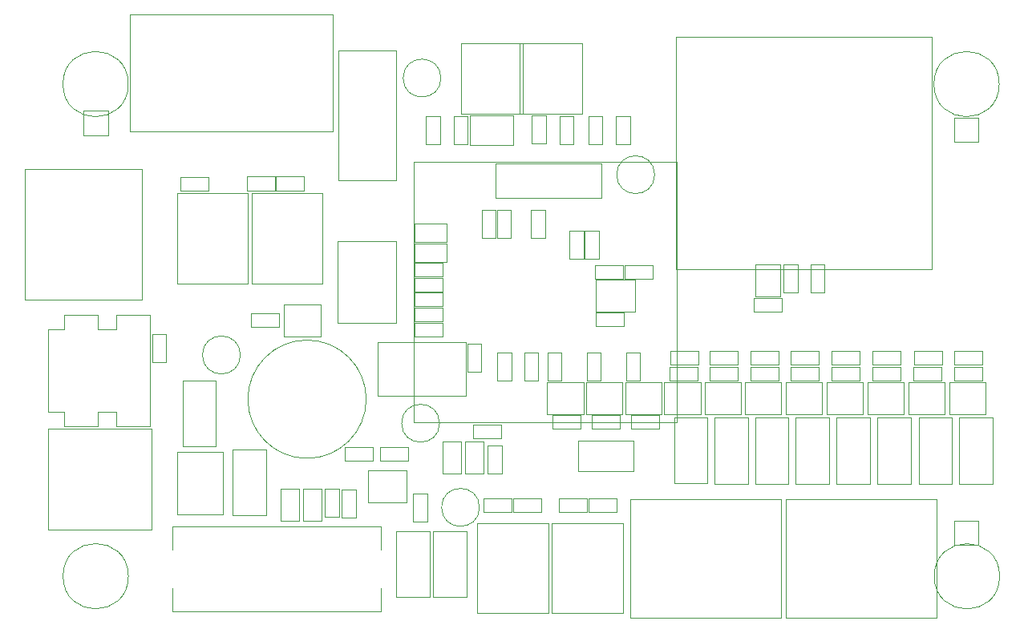
<source format=gbr>
%TF.GenerationSoftware,KiCad,Pcbnew,(6.0.4)*%
%TF.CreationDate,2022-04-12T11:12:27+02:00*%
%TF.ProjectId,PPSE_2021,50505345-5f32-4303-9231-2e6b69636164,rev?*%
%TF.SameCoordinates,Original*%
%TF.FileFunction,Other,User*%
%FSLAX46Y46*%
G04 Gerber Fmt 4.6, Leading zero omitted, Abs format (unit mm)*
G04 Created by KiCad (PCBNEW (6.0.4)) date 2022-04-12 11:12:27*
%MOMM*%
%LPD*%
G01*
G04 APERTURE LIST*
%ADD10C,0.050000*%
%ADD11C,0.120000*%
%ADD12C,0.100000*%
G04 APERTURE END LIST*
D10*
%TO.C,FID1*%
X90250000Y-81750000D02*
X92850000Y-81750000D01*
X92850000Y-81750000D02*
X92850000Y-84350000D01*
X92850000Y-84350000D02*
X90250000Y-84350000D01*
X90250000Y-84350000D02*
X90250000Y-81750000D01*
%TO.C,C8*%
X128599989Y-95620400D02*
X125199989Y-95620400D01*
X125199989Y-93660400D02*
X128599989Y-93660400D01*
X128599989Y-93660400D02*
X128599989Y-95620400D01*
X125199989Y-95620400D02*
X125199989Y-93660400D01*
%TO.C,D4*%
X105996800Y-117505600D02*
X109496800Y-117505600D01*
X105996800Y-124505600D02*
X105996800Y-117505600D01*
X109496800Y-117505600D02*
X109496800Y-124505600D01*
X109496800Y-124505600D02*
X105996800Y-124505600D01*
%TO.C,C12*%
X128163789Y-102419400D02*
X125203789Y-102419400D01*
X125203789Y-102419400D02*
X125203789Y-100959400D01*
X128163789Y-100959400D02*
X128163789Y-102419400D01*
X125203789Y-100959400D02*
X128163789Y-100959400D01*
%TO.C,Q6*%
X172536227Y-110415600D02*
X168696227Y-110415600D01*
X172536227Y-113815600D02*
X172536227Y-110415600D01*
X168696227Y-113815600D02*
X172536227Y-113815600D01*
X168696227Y-110415600D02*
X168696227Y-113815600D01*
%TO.C,J10*%
X163876800Y-122802974D02*
X147976800Y-122802974D01*
X147976800Y-122802974D02*
X147976800Y-135302974D01*
X147976800Y-135302974D02*
X163876800Y-135302974D01*
X163876800Y-135302974D02*
X163876800Y-122802974D01*
%TO.C,J5*%
X96375000Y-87925000D02*
X84025000Y-87925000D01*
X84025000Y-87925000D02*
X84025000Y-101675000D01*
X96375000Y-101675000D02*
X96375000Y-87925000D01*
X84025000Y-101675000D02*
X96375000Y-101675000D01*
%TO.C,R14*%
X107943200Y-103156000D02*
X110903200Y-103156000D01*
X107943200Y-104616000D02*
X107943200Y-103156000D01*
X110903200Y-103156000D02*
X110903200Y-104616000D01*
X110903200Y-104616000D02*
X107943200Y-104616000D01*
%TO.C,D10*%
X177589413Y-114162297D02*
X177589413Y-121162297D01*
X174089413Y-114162297D02*
X177589413Y-114162297D01*
X177589413Y-121162297D02*
X174089413Y-121162297D01*
X174089413Y-121162297D02*
X174089413Y-114162297D01*
%TO.C,R35*%
X156378671Y-107135426D02*
X159338671Y-107135426D01*
X159338671Y-107135426D02*
X159338671Y-108595426D01*
X156378671Y-108595426D02*
X156378671Y-107135426D01*
X159338671Y-108595426D02*
X156378671Y-108595426D01*
%TO.C,R34*%
X155134471Y-107135426D02*
X155134471Y-108595426D01*
X152174471Y-107135426D02*
X155134471Y-107135426D01*
X155134471Y-108595426D02*
X152174471Y-108595426D01*
X152174471Y-108595426D02*
X152174471Y-107135426D01*
%TO.C,R39*%
X156378671Y-108811826D02*
X159338671Y-108811826D01*
X156378671Y-110271826D02*
X156378671Y-108811826D01*
X159338671Y-110271826D02*
X156378671Y-110271826D01*
X159338671Y-108811826D02*
X159338671Y-110271826D01*
%TO.C,R27*%
X176541884Y-108544626D02*
X173581884Y-108544626D01*
X173581884Y-107084626D02*
X176541884Y-107084626D01*
X176541884Y-107084626D02*
X176541884Y-108544626D01*
X173581884Y-108544626D02*
X173581884Y-107084626D01*
%TO.C,D14*%
X156886200Y-114162297D02*
X160386200Y-114162297D01*
X160386200Y-114162297D02*
X160386200Y-121162297D01*
X156886200Y-121162297D02*
X156886200Y-114162297D01*
X160386200Y-121162297D02*
X156886200Y-121162297D01*
%TO.C,H2*%
X94980000Y-130920000D02*
G75*
G03*
X94980000Y-130920000I-3450000J0D01*
G01*
%TO.C,R5*%
X107487000Y-88703400D02*
X110447000Y-88703400D01*
X110447000Y-88703400D02*
X110447000Y-90163400D01*
X107487000Y-90163400D02*
X107487000Y-88703400D01*
X110447000Y-90163400D02*
X107487000Y-90163400D01*
%TO.C,R15*%
X143389600Y-107270600D02*
X144849600Y-107270600D01*
X143389600Y-110230600D02*
X143389600Y-107270600D01*
X144849600Y-107270600D02*
X144849600Y-110230600D01*
X144849600Y-110230600D02*
X143389600Y-110230600D01*
%TO.C,SW3*%
X147209200Y-125298000D02*
X146959200Y-125298000D01*
X139709200Y-125548000D02*
X139709200Y-125298000D01*
X146959200Y-134798000D02*
X147209200Y-134798000D01*
X147209200Y-125548000D02*
X147209200Y-134548000D01*
X139709200Y-134798000D02*
X139709200Y-134548000D01*
X146959200Y-134798000D02*
X139959200Y-134798000D01*
X139709200Y-134548000D02*
X139709200Y-125548000D01*
X139709200Y-125298000D02*
X139959200Y-125298000D01*
X139959200Y-134798000D02*
X139709200Y-134798000D01*
X147209200Y-125548000D02*
X147209200Y-125298000D01*
X147209200Y-134798000D02*
X147209200Y-134548000D01*
X139959200Y-125298000D02*
X146959200Y-125298000D01*
%TO.C,R2*%
X113545800Y-88703400D02*
X113545800Y-90163400D01*
X113545800Y-90163400D02*
X110585800Y-90163400D01*
X110585800Y-88703400D02*
X113545800Y-88703400D01*
X110585800Y-90163400D02*
X110585800Y-88703400D01*
%TO.C,R24*%
X137587700Y-82238400D02*
X139047700Y-82238400D01*
X139047700Y-85198400D02*
X137587700Y-85198400D01*
X137587700Y-85198400D02*
X137587700Y-82238400D01*
X139047700Y-82238400D02*
X139047700Y-85198400D01*
%TO.C,R19*%
X149015200Y-110230600D02*
X147555200Y-110230600D01*
X149015200Y-107270600D02*
X149015200Y-110230600D01*
X147555200Y-110230600D02*
X147555200Y-107270600D01*
X147555200Y-107270600D02*
X149015200Y-107270600D01*
%TO.C,R16*%
X143909600Y-113874800D02*
X146869600Y-113874800D01*
X146869600Y-113874800D02*
X146869600Y-115334800D01*
X146869600Y-115334800D02*
X143909600Y-115334800D01*
X143909600Y-115334800D02*
X143909600Y-113874800D01*
%TO.C,BZ1*%
X120092800Y-112217200D02*
G75*
G03*
X120092800Y-112217200I-6250000J0D01*
G01*
%TO.C,FID2*%
X182150000Y-82450000D02*
X184750000Y-82450000D01*
X184750000Y-82450000D02*
X184750000Y-85050000D01*
X184750000Y-85050000D02*
X182150000Y-85050000D01*
X182150000Y-85050000D02*
X182150000Y-82450000D01*
%TO.C,D13*%
X156131200Y-114130297D02*
X156131200Y-121130297D01*
X152631200Y-121130297D02*
X152631200Y-114130297D01*
X156131200Y-121130297D02*
X152631200Y-121130297D01*
X152631200Y-114130297D02*
X156131200Y-114130297D01*
%TO.C,C23*%
X130490400Y-120114800D02*
X130490400Y-116714800D01*
X132450400Y-116714800D02*
X132450400Y-120114800D01*
X132450400Y-120114800D02*
X130490400Y-120114800D01*
X130490400Y-116714800D02*
X132450400Y-116714800D01*
%TO.C,FB1*%
X98977200Y-105377700D02*
X98977200Y-108337700D01*
X97517200Y-108337700D02*
X97517200Y-105377700D01*
X97517200Y-105377700D02*
X98977200Y-105377700D01*
X98977200Y-108337700D02*
X97517200Y-108337700D01*
%TO.C,C21*%
X125050800Y-125140200D02*
X125050800Y-122180200D01*
X125050800Y-122180200D02*
X126510800Y-122180200D01*
X126510800Y-125140200D02*
X125050800Y-125140200D01*
X126510800Y-122180200D02*
X126510800Y-125140200D01*
D11*
%TO.C,F1*%
X104927400Y-117754400D02*
X100126800Y-117754400D01*
X100126800Y-117754400D02*
X100126800Y-124383800D01*
X100126800Y-124383800D02*
X104927400Y-124383800D01*
X104927400Y-124383800D02*
X104927400Y-117754400D01*
D10*
%TO.C,Q12*%
X160078871Y-110415600D02*
X160078871Y-113815600D01*
X163918871Y-110415600D02*
X160078871Y-110415600D01*
X160078871Y-113815600D02*
X163918871Y-113815600D01*
X163918871Y-113815600D02*
X163918871Y-110415600D01*
%TO.C,J11*%
X142868400Y-82083600D02*
X142868400Y-74583600D01*
X136328400Y-82083600D02*
X142868400Y-82083600D01*
X136328400Y-74583600D02*
X136328400Y-82083600D01*
X142868400Y-74583600D02*
X136328400Y-74583600D01*
%TO.C,C9*%
X125187789Y-95743200D02*
X128587789Y-95743200D01*
X128587789Y-95743200D02*
X128587789Y-97703200D01*
X128587789Y-97703200D02*
X125187789Y-97703200D01*
X125187789Y-97703200D02*
X125187789Y-95743200D01*
%TO.C,C5*%
X130798000Y-109353800D02*
X130798000Y-106393800D01*
X132258000Y-106393800D02*
X132258000Y-109353800D01*
X130798000Y-106393800D02*
X132258000Y-106393800D01*
X132258000Y-109353800D02*
X130798000Y-109353800D01*
%TO.C,R37*%
X164938471Y-108595426D02*
X164938471Y-107135426D01*
X164938471Y-107135426D02*
X167898471Y-107135426D01*
X167898471Y-107135426D02*
X167898471Y-108595426D01*
X167898471Y-108595426D02*
X164938471Y-108595426D01*
%TO.C,H4*%
X186930000Y-78920000D02*
G75*
G03*
X186930000Y-78920000I-3450000J0D01*
G01*
%TO.C,Q13*%
X168211471Y-113815600D02*
X168211471Y-110415600D01*
X164371471Y-110415600D02*
X164371471Y-113815600D01*
X164371471Y-113815600D02*
X168211471Y-113815600D01*
X168211471Y-110415600D02*
X164371471Y-110415600D01*
%TO.C,Q10*%
X151556671Y-110415600D02*
X151556671Y-113815600D01*
X151556671Y-113815600D02*
X155396671Y-113815600D01*
X155396671Y-110415600D02*
X151556671Y-110415600D01*
X155396671Y-113815600D02*
X155396671Y-110415600D01*
%TO.C,U3*%
X120276400Y-119762800D02*
X120276400Y-123162800D01*
X124376400Y-123162800D02*
X124376400Y-119762800D01*
X124376400Y-119762800D02*
X120276400Y-119762800D01*
X120276400Y-123162800D02*
X124376400Y-123162800D01*
%TO.C,D1*%
X100713600Y-110222400D02*
X104213600Y-110222400D01*
X104213600Y-110222400D02*
X104213600Y-117222400D01*
X100713600Y-117222400D02*
X100713600Y-110222400D01*
X104213600Y-117222400D02*
X100713600Y-117222400D01*
%TO.C,C24*%
X164166800Y-100946400D02*
X164166800Y-97986400D01*
X165626800Y-97986400D02*
X165626800Y-100946400D01*
X165626800Y-100946400D02*
X164166800Y-100946400D01*
X164166800Y-97986400D02*
X165626800Y-97986400D01*
%TO.C,Y1*%
X144293400Y-102944400D02*
X148493400Y-102944400D01*
X148493400Y-99544400D02*
X144293400Y-99544400D01*
X144293400Y-99544400D02*
X144293400Y-102944400D01*
X148493400Y-102944400D02*
X148493400Y-99544400D01*
%TO.C,D11*%
X178416999Y-121162297D02*
X178416999Y-114162297D01*
X178416999Y-114162297D02*
X181916999Y-114162297D01*
X181916999Y-114162297D02*
X181916999Y-121162297D01*
X181916999Y-121162297D02*
X178416999Y-121162297D01*
%TO.C,J7*%
X133759800Y-87328600D02*
X133759800Y-90928600D01*
X133759800Y-90928600D02*
X144959800Y-90928600D01*
X144959800Y-90928600D02*
X144959800Y-87328600D01*
X144959800Y-87328600D02*
X133759800Y-87328600D01*
D11*
X125082600Y-114613400D02*
X152882600Y-114613400D01*
X152882600Y-114613400D02*
X152882600Y-87113400D01*
X152882600Y-87113400D02*
X125082600Y-87113400D01*
X125082600Y-87113400D02*
X125082600Y-114613400D01*
D10*
%TO.C,C16*%
X128151589Y-102546400D02*
X128151589Y-104006400D01*
X125191589Y-102546400D02*
X128151589Y-102546400D01*
X128151589Y-104006400D02*
X125191589Y-104006400D01*
X125191589Y-104006400D02*
X125191589Y-102546400D01*
%TO.C,TP1*%
X132048000Y-123647200D02*
G75*
G03*
X132048000Y-123647200I-2000000J0D01*
G01*
%TO.C,J1*%
X117067000Y-95525000D02*
X117067000Y-104175000D01*
X123217000Y-104175000D02*
X123217000Y-95525000D01*
X117067000Y-104175000D02*
X123217000Y-104175000D01*
X123217000Y-95525000D02*
X117067000Y-95525000D01*
%TO.C,J3*%
X91721400Y-113570000D02*
X91721400Y-115120000D01*
X86471400Y-113570000D02*
X86471400Y-104870000D01*
X97221400Y-103320000D02*
X97221400Y-115120000D01*
X93721400Y-115120000D02*
X93721400Y-113570000D01*
X88221400Y-115120000D02*
X88221400Y-113570000D01*
X93721400Y-104870000D02*
X93721400Y-103320000D01*
X91721400Y-115120000D02*
X88221400Y-115120000D01*
X88221400Y-104870000D02*
X88221400Y-103330000D01*
X86471400Y-104870000D02*
X88221400Y-104870000D01*
X88221400Y-103330000D02*
X91721400Y-103320000D01*
X97221400Y-115120000D02*
X93721400Y-115120000D01*
X93721400Y-113570000D02*
X91721400Y-113570000D01*
X91721400Y-104870000D02*
X93721400Y-104870000D01*
X88221400Y-113570000D02*
X86471400Y-113570000D01*
X93721400Y-103320000D02*
X97221400Y-103320000D01*
X91721400Y-103320000D02*
X91721400Y-104870000D01*
%TO.C,H3*%
X186970000Y-130930000D02*
G75*
G03*
X186970000Y-130930000I-3450000J0D01*
G01*
%TO.C,R30*%
X169251027Y-110271826D02*
X169251027Y-108811826D01*
X172211027Y-110271826D02*
X169251027Y-110271826D01*
X172211027Y-108811826D02*
X172211027Y-110271826D01*
X169251027Y-108811826D02*
X172211027Y-108811826D01*
%TO.C,C15*%
X138230000Y-110230000D02*
X136770000Y-110230000D01*
X136770000Y-107270000D02*
X138230000Y-107270000D01*
X138230000Y-107270000D02*
X138230000Y-110230000D01*
X136770000Y-110230000D02*
X136770000Y-107270000D01*
%TO.C,D7*%
X148277500Y-116561600D02*
X142477500Y-116561600D01*
X142477500Y-116561600D02*
X142477500Y-119861600D01*
X142477500Y-119861600D02*
X148277500Y-119861600D01*
X148277500Y-119861600D02*
X148277500Y-116561600D01*
%TO.C,D16*%
X165446000Y-121162297D02*
X165446000Y-114162297D01*
X165446000Y-114162297D02*
X168946000Y-114162297D01*
X168946000Y-121162297D02*
X165446000Y-121162297D01*
X168946000Y-114162297D02*
X168946000Y-121162297D01*
%TO.C,D6*%
X132924800Y-117087200D02*
X134384800Y-117087200D01*
X134384800Y-120047200D02*
X132924800Y-120047200D01*
X132924800Y-120047200D02*
X132924800Y-117087200D01*
X134384800Y-117087200D02*
X134384800Y-120047200D01*
%TO.C,R3*%
X140404400Y-122714000D02*
X143364400Y-122714000D01*
X143364400Y-124174000D02*
X140404400Y-124174000D01*
X140404400Y-124174000D02*
X140404400Y-122714000D01*
X143364400Y-122714000D02*
X143364400Y-124174000D01*
%TO.C,Q5*%
X147445200Y-113815600D02*
X151285200Y-113815600D01*
X151285200Y-113815600D02*
X151285200Y-110415600D01*
X151285200Y-110415600D02*
X147445200Y-110415600D01*
X147445200Y-110415600D02*
X147445200Y-113815600D01*
%TO.C,J4*%
X97398000Y-115374556D02*
X97398000Y-126014556D01*
X97398000Y-126014556D02*
X86498000Y-126014556D01*
X86498000Y-115374556D02*
X97398000Y-115374556D01*
X86498000Y-126014556D02*
X86498000Y-115374556D01*
%TO.C,SW4*%
X131835200Y-134548000D02*
X131835200Y-125548000D01*
X139335200Y-134798000D02*
X139335200Y-134548000D01*
X132085200Y-125298000D02*
X139085200Y-125298000D01*
X131835200Y-125548000D02*
X131835200Y-125298000D01*
X139085200Y-134798000D02*
X139335200Y-134798000D01*
X139335200Y-125548000D02*
X139335200Y-125298000D01*
X139335200Y-125298000D02*
X139085200Y-125298000D01*
X131835200Y-134798000D02*
X131835200Y-134548000D01*
X132085200Y-134798000D02*
X131835200Y-134798000D01*
X139085200Y-134798000D02*
X132085200Y-134798000D01*
X131835200Y-125298000D02*
X132085200Y-125298000D01*
X139335200Y-125548000D02*
X139335200Y-134548000D01*
%TO.C,D2*%
X126768800Y-126141600D02*
X126768800Y-133141600D01*
X123268800Y-126141600D02*
X126768800Y-126141600D01*
X123268800Y-133141600D02*
X123268800Y-126141600D01*
X126768800Y-133141600D02*
X123268800Y-133141600D01*
%TO.C,TP3*%
X127831600Y-114757200D02*
G75*
G03*
X127831600Y-114757200I-2000000J0D01*
G01*
%TO.C,C1*%
X147314600Y-104514400D02*
X144354600Y-104514400D01*
X144354600Y-103054400D02*
X147314600Y-103054400D01*
X147314600Y-103054400D02*
X147314600Y-104514400D01*
X144354600Y-104514400D02*
X144354600Y-103054400D01*
%TO.C,C18*%
X111034000Y-121693200D02*
X112994000Y-121693200D01*
X112994000Y-121693200D02*
X112994000Y-125093200D01*
X112994000Y-125093200D02*
X111034000Y-125093200D01*
X111034000Y-125093200D02*
X111034000Y-121693200D01*
%TO.C,TP5*%
X150539200Y-88493600D02*
G75*
G03*
X150539200Y-88493600I-2000000J0D01*
G01*
%TO.C,D15*%
X164653400Y-114162297D02*
X164653400Y-121162297D01*
X164653400Y-121162297D02*
X161153400Y-121162297D01*
X161153400Y-121162297D02*
X161153400Y-114162297D01*
X161153400Y-114162297D02*
X164653400Y-114162297D01*
%TO.C,R29*%
X185172800Y-108595426D02*
X182212800Y-108595426D01*
X182212800Y-107135426D02*
X185172800Y-107135426D01*
X185172800Y-107135426D02*
X185172800Y-108595426D01*
X182212800Y-108595426D02*
X182212800Y-107135426D01*
%TO.C,R7*%
X128164589Y-99384600D02*
X128164589Y-100844600D01*
X125204589Y-100844600D02*
X125204589Y-99384600D01*
X125204589Y-99384600D02*
X128164589Y-99384600D01*
X128164589Y-100844600D02*
X125204589Y-100844600D01*
%TO.C,Q8*%
X177342470Y-113815600D02*
X181182470Y-113815600D01*
X177342470Y-110415600D02*
X177342470Y-113815600D01*
X181182470Y-113815600D02*
X181182470Y-110415600D01*
X181182470Y-110415600D02*
X177342470Y-110415600D01*
%TO.C,R11*%
X117798400Y-118730000D02*
X117798400Y-117270000D01*
X120758400Y-117270000D02*
X120758400Y-118730000D01*
X117798400Y-117270000D02*
X120758400Y-117270000D01*
X120758400Y-118730000D02*
X117798400Y-118730000D01*
%TO.C,D9*%
X173270756Y-114162297D02*
X173270756Y-121162297D01*
X173270756Y-121162297D02*
X169770756Y-121162297D01*
X169770756Y-121162297D02*
X169770756Y-114162297D01*
X169770756Y-114162297D02*
X173270756Y-114162297D01*
%TO.C,C10*%
X133890000Y-95193000D02*
X133890000Y-92233000D01*
X135350000Y-95193000D02*
X133890000Y-95193000D01*
X135350000Y-92233000D02*
X135350000Y-95193000D01*
X133890000Y-92233000D02*
X135350000Y-92233000D01*
%TO.C,R18*%
X142704000Y-115334800D02*
X139744000Y-115334800D01*
X139744000Y-113874800D02*
X142704000Y-113874800D01*
X139744000Y-115334800D02*
X139744000Y-113874800D01*
X142704000Y-113874800D02*
X142704000Y-115334800D01*
%TO.C,Q11*%
X155811671Y-113815600D02*
X159651671Y-113815600D01*
X159651671Y-113815600D02*
X159651671Y-110415600D01*
X159651671Y-110415600D02*
X155811671Y-110415600D01*
X155811671Y-110415600D02*
X155811671Y-113815600D01*
%TO.C,R28*%
X180869470Y-108595426D02*
X177909470Y-108595426D01*
X177909470Y-107135426D02*
X180869470Y-107135426D01*
X180869470Y-107135426D02*
X180869470Y-108595426D01*
X177909470Y-108595426D02*
X177909470Y-107135426D01*
%TO.C,C14*%
X133775200Y-95206000D02*
X132315200Y-95206000D01*
X132315200Y-92246000D02*
X133775200Y-92246000D01*
X132315200Y-95206000D02*
X132315200Y-92246000D01*
X133775200Y-92246000D02*
X133775200Y-95206000D01*
%TO.C,R36*%
X163605871Y-108544626D02*
X160645871Y-108544626D01*
X160645871Y-108544626D02*
X160645871Y-107084626D01*
X160645871Y-107084626D02*
X163605871Y-107084626D01*
X163605871Y-107084626D02*
X163605871Y-108544626D01*
%TO.C,C25*%
X168471600Y-97973400D02*
X168471600Y-100933400D01*
X167011600Y-100933400D02*
X167011600Y-97973400D01*
X167011600Y-97973400D02*
X168471600Y-97973400D01*
X168471600Y-100933400D02*
X167011600Y-100933400D01*
%TO.C,Q9*%
X185485800Y-113815600D02*
X185485800Y-110415600D01*
X181645800Y-110415600D02*
X181645800Y-113815600D01*
X181645800Y-113815600D02*
X185485800Y-113815600D01*
X185485800Y-110415600D02*
X181645800Y-110415600D01*
%TO.C,R13*%
X161029200Y-102990400D02*
X161029200Y-101530400D01*
X163989200Y-102990400D02*
X161029200Y-102990400D01*
X163989200Y-101530400D02*
X163989200Y-102990400D01*
X161029200Y-101530400D02*
X163989200Y-101530400D01*
%TO.C,R23*%
X144991300Y-85249200D02*
X143531300Y-85249200D01*
X143531300Y-85249200D02*
X143531300Y-82289200D01*
X143531300Y-82289200D02*
X144991300Y-82289200D01*
X144991300Y-82289200D02*
X144991300Y-85249200D01*
%TO.C,C7*%
X143020800Y-94430400D02*
X143020800Y-97390400D01*
X143020800Y-97390400D02*
X141560800Y-97390400D01*
X141560800Y-94430400D02*
X143020800Y-94430400D01*
X141560800Y-97390400D02*
X141560800Y-94430400D01*
%TO.C,Q3*%
X147157200Y-113815600D02*
X147157200Y-110415600D01*
X143317200Y-110415600D02*
X143317200Y-113815600D01*
X147157200Y-110415600D02*
X143317200Y-110415600D01*
X143317200Y-113815600D02*
X147157200Y-113815600D01*
%TO.C,Q7*%
X176854884Y-110415600D02*
X173014884Y-110415600D01*
X176854884Y-113815600D02*
X176854884Y-110415600D01*
X173014884Y-110415600D02*
X173014884Y-113815600D01*
X173014884Y-113815600D02*
X176854884Y-113815600D01*
%TO.C,R20*%
X148024400Y-115334800D02*
X148024400Y-113874800D01*
X148024400Y-113874800D02*
X150984400Y-113874800D01*
X150984400Y-115334800D02*
X148024400Y-115334800D01*
X150984400Y-113874800D02*
X150984400Y-115334800D01*
%TO.C,C19*%
X113421600Y-121693200D02*
X115381600Y-121693200D01*
X113421600Y-125093200D02*
X113421600Y-121693200D01*
X115381600Y-125093200D02*
X113421600Y-125093200D01*
X115381600Y-121693200D02*
X115381600Y-125093200D01*
%TO.C,FID3*%
X182150000Y-125050000D02*
X184750000Y-125050000D01*
X184750000Y-125050000D02*
X184750000Y-127650000D01*
X184750000Y-127650000D02*
X182150000Y-127650000D01*
X182150000Y-127650000D02*
X182150000Y-125050000D01*
%TO.C,R9*%
X118992400Y-121760800D02*
X118992400Y-124720800D01*
X117532400Y-121760800D02*
X118992400Y-121760800D01*
X118992400Y-124720800D02*
X117532400Y-124720800D01*
X117532400Y-124720800D02*
X117532400Y-121760800D01*
%TO.C,C17*%
X135400800Y-110223285D02*
X133940800Y-110223285D01*
X135400800Y-107263285D02*
X135400800Y-110223285D01*
X133940800Y-107263285D02*
X135400800Y-107263285D01*
X133940800Y-110223285D02*
X133940800Y-107263285D01*
%TO.C,R1*%
X103461000Y-90214200D02*
X100501000Y-90214200D01*
X100501000Y-88754200D02*
X103461000Y-88754200D01*
X103461000Y-88754200D02*
X103461000Y-90214200D01*
X100501000Y-90214200D02*
X100501000Y-88754200D01*
%TO.C,U1*%
X121283200Y-111876800D02*
X130583200Y-111876800D01*
X130583200Y-111876800D02*
X130583200Y-106156800D01*
X130583200Y-106156800D02*
X121283200Y-106156800D01*
X121283200Y-106156800D02*
X121283200Y-111876800D01*
%TO.C,R4*%
X144277400Y-99485200D02*
X144277400Y-98025200D01*
X147237400Y-99485200D02*
X144277400Y-99485200D01*
X147237400Y-98025200D02*
X147237400Y-99485200D01*
X144277400Y-98025200D02*
X147237400Y-98025200D01*
%TO.C,C26*%
X127871700Y-85287000D02*
X126411700Y-85287000D01*
X126411700Y-85287000D02*
X126411700Y-82327000D01*
X126411700Y-82327000D02*
X127871700Y-82327000D01*
X127871700Y-82327000D02*
X127871700Y-85287000D01*
%TO.C,C3*%
X150311800Y-98025200D02*
X150311800Y-99485200D01*
X147351800Y-99485200D02*
X147351800Y-98025200D01*
X150311800Y-99485200D02*
X147351800Y-99485200D01*
X147351800Y-98025200D02*
X150311800Y-98025200D01*
%TO.C,R6*%
X138589200Y-124174000D02*
X135629200Y-124174000D01*
X138589200Y-122714000D02*
X138589200Y-124174000D01*
X135629200Y-122714000D02*
X138589200Y-122714000D01*
X135629200Y-124174000D02*
X135629200Y-122714000D01*
%TO.C,J2*%
X117117800Y-75365397D02*
X117117800Y-89115397D01*
X117117800Y-89115397D02*
X123267800Y-89115397D01*
X123267800Y-89115397D02*
X123267800Y-75365397D01*
X123267800Y-75365397D02*
X117117800Y-75365397D01*
%TO.C,D8*%
X147937700Y-82289200D02*
X147937700Y-85249200D01*
X147937700Y-85249200D02*
X146477700Y-85249200D01*
X146477700Y-85249200D02*
X146477700Y-82289200D01*
X146477700Y-82289200D02*
X147937700Y-82289200D01*
%TO.C,R38*%
X155122271Y-110271826D02*
X152162271Y-110271826D01*
X152162271Y-110271826D02*
X152162271Y-108811826D01*
X152162271Y-108811826D02*
X155122271Y-108811826D01*
X155122271Y-108811826D02*
X155122271Y-110271826D01*
%TO.C,H1*%
X94970000Y-78920000D02*
G75*
G03*
X94970000Y-78920000I-3450000J0D01*
G01*
%TO.C,TP2*%
X106800400Y-107543600D02*
G75*
G03*
X106800400Y-107543600I-2000000J0D01*
G01*
%TO.C,J8*%
X130080000Y-74583600D02*
X130080000Y-82083600D01*
X136620000Y-74583600D02*
X130080000Y-74583600D01*
X136620000Y-82083600D02*
X136620000Y-74583600D01*
X130080000Y-82083600D02*
X136620000Y-82083600D01*
%TO.C,R31*%
X176541884Y-110271826D02*
X173581884Y-110271826D01*
X176541884Y-108811826D02*
X176541884Y-110271826D01*
X173581884Y-108811826D02*
X176541884Y-108811826D01*
X173581884Y-110271826D02*
X173581884Y-108811826D01*
%TO.C,J6*%
X116530000Y-71600000D02*
X95180000Y-71600000D01*
X116530000Y-83950000D02*
X116530000Y-71600000D01*
X95180000Y-83950000D02*
X116530000Y-83950000D01*
X95180000Y-71600000D02*
X95180000Y-83950000D01*
%TO.C,C11*%
X144646400Y-97390400D02*
X143186400Y-97390400D01*
X143186400Y-97390400D02*
X143186400Y-94430400D01*
X143186400Y-94430400D02*
X144646400Y-94430400D01*
X144646400Y-94430400D02*
X144646400Y-97390400D01*
%TO.C,C6*%
X128151589Y-105581200D02*
X125191589Y-105581200D01*
X125191589Y-105581200D02*
X125191589Y-104121200D01*
X128151589Y-104121200D02*
X128151589Y-105581200D01*
X125191589Y-104121200D02*
X128151589Y-104121200D01*
D12*
%TO.C,F2*%
X99644200Y-134653800D02*
X99644200Y-132153800D01*
X121642400Y-128152600D02*
X121642400Y-125652600D01*
X99644200Y-128153800D02*
X99644200Y-125653800D01*
X121644200Y-134653800D02*
X99644200Y-134653800D01*
X121642400Y-134652600D02*
X121642400Y-132152600D01*
X99644200Y-125653800D02*
X121644200Y-125653800D01*
D10*
%TO.C,SW1*%
X115484600Y-90730020D02*
X115484600Y-99730020D01*
X115234600Y-90480020D02*
X115484600Y-90480020D01*
X107984600Y-99730020D02*
X107984600Y-99980020D01*
X108234600Y-90480020D02*
X107984600Y-90480020D01*
X107984600Y-99980020D02*
X108234600Y-99980020D01*
X115484600Y-99980020D02*
X115234600Y-99980020D01*
X107984600Y-90480020D02*
X107984600Y-90730020D01*
X108234600Y-90480020D02*
X115234600Y-90480020D01*
X115484600Y-90480020D02*
X115484600Y-90730020D01*
X107984600Y-99730020D02*
X107984600Y-90730020D01*
X115234600Y-99980020D02*
X108234600Y-99980020D01*
X115484600Y-99730020D02*
X115484600Y-99980020D01*
%TO.C,Q2*%
X115254800Y-105586000D02*
X115254800Y-102186000D01*
X115254800Y-102186000D02*
X111414800Y-102186000D01*
X111414800Y-105586000D02*
X115254800Y-105586000D01*
X111414800Y-102186000D02*
X111414800Y-105586000D01*
%TO.C,TP4*%
X127984000Y-78282800D02*
G75*
G03*
X127984000Y-78282800I-2000000J0D01*
G01*
%TO.C,C20*%
X117214400Y-121723000D02*
X117214400Y-124683000D01*
X117214400Y-124683000D02*
X115754400Y-124683000D01*
X115754400Y-124683000D02*
X115754400Y-121723000D01*
X115754400Y-121723000D02*
X117214400Y-121723000D01*
D12*
%TO.C,U4*%
X179773400Y-73907600D02*
X179773400Y-98507600D01*
X152763400Y-73907600D02*
X179773400Y-73907600D01*
X179773400Y-98507600D02*
X152763400Y-98507600D01*
X152763400Y-98507600D02*
X152763400Y-73907600D01*
D10*
%TO.C,C22*%
X128153600Y-120114800D02*
X128153600Y-116714800D01*
X130113600Y-116714800D02*
X130113600Y-120114800D01*
X128153600Y-116714800D02*
X130113600Y-116714800D01*
X130113600Y-120114800D02*
X128153600Y-120114800D01*
%TO.C,C2*%
X143554000Y-124174000D02*
X143554000Y-122714000D01*
X146514000Y-124174000D02*
X143554000Y-124174000D01*
X143554000Y-122714000D02*
X146514000Y-122714000D01*
X146514000Y-122714000D02*
X146514000Y-124174000D01*
%TO.C,R40*%
X160645871Y-108811826D02*
X163605871Y-108811826D01*
X160645871Y-110271826D02*
X160645871Y-108811826D01*
X163605871Y-108811826D02*
X163605871Y-110271826D01*
X163605871Y-110271826D02*
X160645871Y-110271826D01*
%TO.C,Q4*%
X143029200Y-113815600D02*
X143029200Y-110415600D01*
X143029200Y-110415600D02*
X139189200Y-110415600D01*
X139189200Y-113815600D02*
X143029200Y-113815600D01*
X139189200Y-110415600D02*
X139189200Y-113815600D01*
%TO.C,R25*%
X140534100Y-85237000D02*
X140534100Y-82277000D01*
X140534100Y-82277000D02*
X141994100Y-82277000D01*
X141994100Y-82277000D02*
X141994100Y-85237000D01*
X141994100Y-85237000D02*
X140534100Y-85237000D01*
%TO.C,R22*%
X129307300Y-82289200D02*
X130767300Y-82289200D01*
X130767300Y-82289200D02*
X130767300Y-85249200D01*
X130767300Y-85249200D02*
X129307300Y-85249200D01*
X129307300Y-85249200D02*
X129307300Y-82289200D01*
%TO.C,R8*%
X125204589Y-97809800D02*
X128164589Y-97809800D01*
X125204589Y-99269800D02*
X125204589Y-97809800D01*
X128164589Y-99269800D02*
X125204589Y-99269800D01*
X128164589Y-97809800D02*
X128164589Y-99269800D01*
%TO.C,J9*%
X164414400Y-135282000D02*
X180314400Y-135282000D01*
X164414400Y-122782000D02*
X164414400Y-135282000D01*
X180314400Y-135282000D02*
X180314400Y-122782000D01*
X180314400Y-122782000D02*
X164414400Y-122782000D01*
%TO.C,R33*%
X185160600Y-108794800D02*
X185160600Y-110254800D01*
X182200600Y-110254800D02*
X182200600Y-108794800D01*
X185160600Y-110254800D02*
X182200600Y-110254800D01*
X182200600Y-108794800D02*
X185160600Y-108794800D01*
%TO.C,R17*%
X140684000Y-107282800D02*
X140684000Y-110242800D01*
X140684000Y-110242800D02*
X139224000Y-110242800D01*
X139224000Y-107282800D02*
X140684000Y-107282800D01*
X139224000Y-110242800D02*
X139224000Y-107282800D01*
%TO.C,Q1*%
X163809200Y-101369600D02*
X161209200Y-101369600D01*
X161209200Y-97969600D02*
X163809200Y-97969600D01*
X163809200Y-97969600D02*
X163809200Y-101369600D01*
X161209200Y-101369600D02*
X161209200Y-97969600D01*
%TO.C,C4*%
X135439600Y-122714000D02*
X135439600Y-124174000D01*
X132479600Y-124174000D02*
X132479600Y-122714000D01*
X135439600Y-124174000D02*
X132479600Y-124174000D01*
X132479600Y-122714000D02*
X135439600Y-122714000D01*
%TO.C,D12*%
X186220329Y-114162297D02*
X186220329Y-121162297D01*
X186220329Y-121162297D02*
X182720329Y-121162297D01*
X182720329Y-114162297D02*
X186220329Y-114162297D01*
X182720329Y-121162297D02*
X182720329Y-114162297D01*
%TO.C,R41*%
X164938471Y-108811826D02*
X167898471Y-108811826D01*
X164938471Y-110271826D02*
X164938471Y-108811826D01*
X167898471Y-108811826D02*
X167898471Y-110271826D01*
X167898471Y-110271826D02*
X164938471Y-110271826D01*
%TO.C,C13*%
X137496800Y-92233000D02*
X138956800Y-92233000D01*
X137496800Y-95193000D02*
X137496800Y-92233000D01*
X138956800Y-95193000D02*
X137496800Y-95193000D01*
X138956800Y-92233000D02*
X138956800Y-95193000D01*
%TO.C,R12*%
X134309800Y-116350800D02*
X131349800Y-116350800D01*
X131349800Y-116350800D02*
X131349800Y-114890800D01*
X131349800Y-114890800D02*
X134309800Y-114890800D01*
X134309800Y-114890800D02*
X134309800Y-116350800D01*
%TO.C,R21*%
X131059300Y-85349200D02*
X131059300Y-82189200D01*
X135619300Y-85349200D02*
X131059300Y-85349200D01*
X131059300Y-82189200D02*
X135619300Y-82189200D01*
X135619300Y-82189200D02*
X135619300Y-85349200D01*
%TO.C,D3*%
X127180400Y-126141600D02*
X130680400Y-126141600D01*
X130680400Y-126141600D02*
X130680400Y-133141600D01*
X127180400Y-133141600D02*
X127180400Y-126141600D01*
X130680400Y-133141600D02*
X127180400Y-133141600D01*
%TO.C,R10*%
X121519000Y-117270000D02*
X124479000Y-117270000D01*
X121519000Y-118730000D02*
X121519000Y-117270000D01*
X124479000Y-117270000D02*
X124479000Y-118730000D01*
X124479000Y-118730000D02*
X121519000Y-118730000D01*
%TO.C,R26*%
X172223227Y-107135426D02*
X172223227Y-108595426D01*
X172223227Y-108595426D02*
X169263227Y-108595426D01*
X169263227Y-108595426D02*
X169263227Y-107135426D01*
X169263227Y-107135426D02*
X172223227Y-107135426D01*
%TO.C,R32*%
X180857270Y-110271826D02*
X177897270Y-110271826D01*
X177897270Y-108811826D02*
X180857270Y-108811826D01*
X177897270Y-110271826D02*
X177897270Y-108811826D01*
X180857270Y-108811826D02*
X180857270Y-110271826D01*
%TO.C,SW2*%
X107610600Y-90730020D02*
X107610600Y-99730020D01*
X100360600Y-99980020D02*
X100110600Y-99980020D01*
X107610600Y-90730020D02*
X107610600Y-90480020D01*
X100110600Y-99730020D02*
X100110600Y-90730020D01*
X107360600Y-99980020D02*
X100360600Y-99980020D01*
X107360600Y-99980020D02*
X107610600Y-99980020D01*
X100360600Y-90480020D02*
X107360600Y-90480020D01*
X100110600Y-90480020D02*
X100360600Y-90480020D01*
X100110600Y-99980020D02*
X100110600Y-99730020D01*
X107610600Y-99980020D02*
X107610600Y-99730020D01*
X107610600Y-90480020D02*
X107360600Y-90480020D01*
X100110600Y-90730020D02*
X100110600Y-90480020D01*
%TD*%
M02*

</source>
